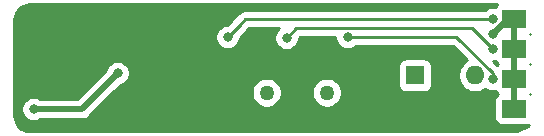
<source format=gbr>
G04 #@! TF.GenerationSoftware,KiCad,Pcbnew,(5.1.5)-3*
G04 #@! TF.CreationDate,2020-03-07T18:51:17-06:00*
G04 #@! TF.ProjectId,LinearRegulator15to5,4c696e65-6172-4526-9567-756c61746f72,rev?*
G04 #@! TF.SameCoordinates,Original*
G04 #@! TF.FileFunction,Copper,L2,Bot*
G04 #@! TF.FilePolarity,Positive*
%FSLAX46Y46*%
G04 Gerber Fmt 4.6, Leading zero omitted, Abs format (unit mm)*
G04 Created by KiCad (PCBNEW (5.1.5)-3) date 2020-03-07 18:51:17*
%MOMM*%
%LPD*%
G04 APERTURE LIST*
%ADD10R,2.000000X1.500000*%
%ADD11C,1.270000*%
%ADD12R,1.600000X1.600000*%
%ADD13O,1.600000X1.600000*%
%ADD14C,0.800000*%
%ADD15C,0.500000*%
%ADD16C,0.250000*%
%ADD17C,0.254000*%
G04 APERTURE END LIST*
D10*
X178816000Y-124460000D03*
X178816000Y-119380000D03*
X178816000Y-116840000D03*
X178816000Y-121920000D03*
D11*
X163001800Y-123063000D03*
X157901800Y-123063000D03*
D12*
X170459400Y-121615200D03*
D13*
X175539400Y-121615200D03*
D14*
X138176000Y-124460000D03*
X145288000Y-121412000D03*
X177038000Y-118110000D03*
X154589000Y-118364000D03*
X177038000Y-116840000D03*
X159590500Y-118442500D03*
X177038000Y-119380000D03*
X164749000Y-118364000D03*
X177038000Y-121920000D03*
D15*
X138176000Y-124460000D02*
X142240000Y-124460000D01*
X142240000Y-124460000D02*
X145288000Y-121412000D01*
X178816000Y-121920000D02*
X178816000Y-116840000D01*
X178816000Y-124460000D02*
X178816000Y-121920000D01*
X178816000Y-116840000D02*
X178308000Y-116840000D01*
X178308000Y-116840000D02*
X177038000Y-118110000D01*
D16*
X155605000Y-117318000D02*
X156083000Y-116840000D01*
X154589000Y-118364000D02*
X155605000Y-117348000D01*
X155605000Y-117348000D02*
X155605000Y-117318000D01*
X156083000Y-116840000D02*
X176784000Y-116840000D01*
X176784000Y-116840000D02*
X177038000Y-116840000D01*
X159590500Y-118442500D02*
X160394001Y-117638999D01*
X177038000Y-119380000D02*
X175260000Y-117602000D01*
X160431000Y-117602000D02*
X160394001Y-117638999D01*
X175260000Y-117602000D02*
X160431000Y-117602000D01*
X177038000Y-121448798D02*
X177038000Y-121920000D01*
X164749000Y-118364000D02*
X173953202Y-118364000D01*
X173953202Y-118364000D02*
X177038000Y-121448798D01*
D17*
G36*
X177364815Y-115638815D02*
G01*
X177285463Y-115735506D01*
X177237902Y-115824486D01*
X177139939Y-115805000D01*
X176936061Y-115805000D01*
X176736102Y-115844774D01*
X176547744Y-115922795D01*
X176378226Y-116036063D01*
X176334289Y-116080000D01*
X156120322Y-116080000D01*
X156082999Y-116076324D01*
X156045676Y-116080000D01*
X156045667Y-116080000D01*
X155934014Y-116090997D01*
X155811515Y-116128156D01*
X155790753Y-116134454D01*
X155658723Y-116205026D01*
X155645816Y-116215619D01*
X155542999Y-116299999D01*
X155519196Y-116329003D01*
X155094002Y-116754197D01*
X155064999Y-116777999D01*
X154970026Y-116893724D01*
X154953435Y-116924763D01*
X154549199Y-117329000D01*
X154487061Y-117329000D01*
X154287102Y-117368774D01*
X154098744Y-117446795D01*
X153929226Y-117560063D01*
X153785063Y-117704226D01*
X153671795Y-117873744D01*
X153593774Y-118062102D01*
X153554000Y-118262061D01*
X153554000Y-118465939D01*
X153593774Y-118665898D01*
X153671795Y-118854256D01*
X153785063Y-119023774D01*
X153929226Y-119167937D01*
X154098744Y-119281205D01*
X154287102Y-119359226D01*
X154487061Y-119399000D01*
X154690939Y-119399000D01*
X154890898Y-119359226D01*
X155079256Y-119281205D01*
X155248774Y-119167937D01*
X155392937Y-119023774D01*
X155506205Y-118854256D01*
X155584226Y-118665898D01*
X155624000Y-118465939D01*
X155624000Y-118403801D01*
X156116004Y-117911798D01*
X156145001Y-117888001D01*
X156173727Y-117852998D01*
X156239974Y-117772277D01*
X156256567Y-117741234D01*
X156397801Y-117600000D01*
X158988440Y-117600000D01*
X158930726Y-117638563D01*
X158786563Y-117782726D01*
X158673295Y-117952244D01*
X158595274Y-118140602D01*
X158555500Y-118340561D01*
X158555500Y-118544439D01*
X158595274Y-118744398D01*
X158673295Y-118932756D01*
X158786563Y-119102274D01*
X158930726Y-119246437D01*
X159100244Y-119359705D01*
X159288602Y-119437726D01*
X159488561Y-119477500D01*
X159692439Y-119477500D01*
X159892398Y-119437726D01*
X160080756Y-119359705D01*
X160250274Y-119246437D01*
X160394437Y-119102274D01*
X160507705Y-118932756D01*
X160585726Y-118744398D01*
X160625500Y-118544439D01*
X160625500Y-118482302D01*
X160745802Y-118362000D01*
X163714000Y-118362000D01*
X163714000Y-118465939D01*
X163753774Y-118665898D01*
X163831795Y-118854256D01*
X163945063Y-119023774D01*
X164089226Y-119167937D01*
X164258744Y-119281205D01*
X164447102Y-119359226D01*
X164647061Y-119399000D01*
X164850939Y-119399000D01*
X165050898Y-119359226D01*
X165239256Y-119281205D01*
X165408774Y-119167937D01*
X165452711Y-119124000D01*
X173638401Y-119124000D01*
X174858622Y-120344222D01*
X174624641Y-120500563D01*
X174424763Y-120700441D01*
X174267720Y-120935473D01*
X174159547Y-121196626D01*
X174104400Y-121473865D01*
X174104400Y-121756535D01*
X174159547Y-122033774D01*
X174267720Y-122294927D01*
X174424763Y-122529959D01*
X174624641Y-122729837D01*
X174859673Y-122886880D01*
X175120826Y-122995053D01*
X175398065Y-123050200D01*
X175680735Y-123050200D01*
X175957974Y-122995053D01*
X176219127Y-122886880D01*
X176420608Y-122752255D01*
X176547744Y-122837205D01*
X176736102Y-122915226D01*
X176936061Y-122955000D01*
X177139939Y-122955000D01*
X177237902Y-122935514D01*
X177285463Y-123024494D01*
X177364815Y-123121185D01*
X177448667Y-123190000D01*
X177364815Y-123258815D01*
X177285463Y-123355506D01*
X177226498Y-123465820D01*
X177190188Y-123585518D01*
X177177928Y-123710000D01*
X177177928Y-125210000D01*
X177190188Y-125334482D01*
X177226498Y-125454180D01*
X177285463Y-125564494D01*
X177364815Y-125661185D01*
X177461506Y-125740537D01*
X177571820Y-125799502D01*
X177691518Y-125835812D01*
X177816000Y-125848072D01*
X179816000Y-125848072D01*
X179940482Y-125835812D01*
X180060180Y-125799502D01*
X180109052Y-125773379D01*
X180104350Y-125782222D01*
X180034646Y-125867687D01*
X179101132Y-126334445D01*
X179048276Y-126340000D01*
X137827277Y-126340000D01*
X137553795Y-126313185D01*
X137321774Y-126243133D01*
X137107778Y-126129350D01*
X136919961Y-125976169D01*
X136765471Y-125789424D01*
X136650198Y-125576231D01*
X136578528Y-125344701D01*
X136550000Y-125073276D01*
X136550000Y-124358061D01*
X137141000Y-124358061D01*
X137141000Y-124561939D01*
X137180774Y-124761898D01*
X137258795Y-124950256D01*
X137372063Y-125119774D01*
X137516226Y-125263937D01*
X137685744Y-125377205D01*
X137874102Y-125455226D01*
X138074061Y-125495000D01*
X138277939Y-125495000D01*
X138477898Y-125455226D01*
X138666256Y-125377205D01*
X138714454Y-125345000D01*
X142196531Y-125345000D01*
X142240000Y-125349281D01*
X142283469Y-125345000D01*
X142283477Y-125345000D01*
X142413490Y-125332195D01*
X142580313Y-125281589D01*
X142734059Y-125199411D01*
X142868817Y-125088817D01*
X142896534Y-125055044D01*
X145013662Y-122937916D01*
X156631800Y-122937916D01*
X156631800Y-123188084D01*
X156680605Y-123433445D01*
X156776341Y-123664571D01*
X156915327Y-123872578D01*
X157092222Y-124049473D01*
X157300229Y-124188459D01*
X157531355Y-124284195D01*
X157776716Y-124333000D01*
X158026884Y-124333000D01*
X158272245Y-124284195D01*
X158503371Y-124188459D01*
X158711378Y-124049473D01*
X158888273Y-123872578D01*
X159027259Y-123664571D01*
X159122995Y-123433445D01*
X159171800Y-123188084D01*
X159171800Y-122937916D01*
X161731800Y-122937916D01*
X161731800Y-123188084D01*
X161780605Y-123433445D01*
X161876341Y-123664571D01*
X162015327Y-123872578D01*
X162192222Y-124049473D01*
X162400229Y-124188459D01*
X162631355Y-124284195D01*
X162876716Y-124333000D01*
X163126884Y-124333000D01*
X163372245Y-124284195D01*
X163603371Y-124188459D01*
X163811378Y-124049473D01*
X163988273Y-123872578D01*
X164127259Y-123664571D01*
X164222995Y-123433445D01*
X164271800Y-123188084D01*
X164271800Y-122937916D01*
X164222995Y-122692555D01*
X164127259Y-122461429D01*
X163988273Y-122253422D01*
X163811378Y-122076527D01*
X163603371Y-121937541D01*
X163372245Y-121841805D01*
X163126884Y-121793000D01*
X162876716Y-121793000D01*
X162631355Y-121841805D01*
X162400229Y-121937541D01*
X162192222Y-122076527D01*
X162015327Y-122253422D01*
X161876341Y-122461429D01*
X161780605Y-122692555D01*
X161731800Y-122937916D01*
X159171800Y-122937916D01*
X159122995Y-122692555D01*
X159027259Y-122461429D01*
X158888273Y-122253422D01*
X158711378Y-122076527D01*
X158503371Y-121937541D01*
X158272245Y-121841805D01*
X158026884Y-121793000D01*
X157776716Y-121793000D01*
X157531355Y-121841805D01*
X157300229Y-121937541D01*
X157092222Y-122076527D01*
X156915327Y-122253422D01*
X156776341Y-122461429D01*
X156680605Y-122692555D01*
X156631800Y-122937916D01*
X145013662Y-122937916D01*
X145533044Y-122418535D01*
X145589898Y-122407226D01*
X145778256Y-122329205D01*
X145947774Y-122215937D01*
X146091937Y-122071774D01*
X146205205Y-121902256D01*
X146283226Y-121713898D01*
X146323000Y-121513939D01*
X146323000Y-121310061D01*
X146283226Y-121110102D01*
X146205205Y-120921744D01*
X146134015Y-120815200D01*
X169021328Y-120815200D01*
X169021328Y-122415200D01*
X169033588Y-122539682D01*
X169069898Y-122659380D01*
X169128863Y-122769694D01*
X169208215Y-122866385D01*
X169304906Y-122945737D01*
X169415220Y-123004702D01*
X169534918Y-123041012D01*
X169659400Y-123053272D01*
X171259400Y-123053272D01*
X171383882Y-123041012D01*
X171503580Y-123004702D01*
X171613894Y-122945737D01*
X171710585Y-122866385D01*
X171789937Y-122769694D01*
X171848902Y-122659380D01*
X171885212Y-122539682D01*
X171897472Y-122415200D01*
X171897472Y-120815200D01*
X171885212Y-120690718D01*
X171848902Y-120571020D01*
X171789937Y-120460706D01*
X171710585Y-120364015D01*
X171613894Y-120284663D01*
X171503580Y-120225698D01*
X171383882Y-120189388D01*
X171259400Y-120177128D01*
X169659400Y-120177128D01*
X169534918Y-120189388D01*
X169415220Y-120225698D01*
X169304906Y-120284663D01*
X169208215Y-120364015D01*
X169128863Y-120460706D01*
X169069898Y-120571020D01*
X169033588Y-120690718D01*
X169021328Y-120815200D01*
X146134015Y-120815200D01*
X146091937Y-120752226D01*
X145947774Y-120608063D01*
X145778256Y-120494795D01*
X145589898Y-120416774D01*
X145389939Y-120377000D01*
X145186061Y-120377000D01*
X144986102Y-120416774D01*
X144797744Y-120494795D01*
X144628226Y-120608063D01*
X144484063Y-120752226D01*
X144370795Y-120921744D01*
X144292774Y-121110102D01*
X144281465Y-121166956D01*
X141873422Y-123575000D01*
X138714454Y-123575000D01*
X138666256Y-123542795D01*
X138477898Y-123464774D01*
X138277939Y-123425000D01*
X138074061Y-123425000D01*
X137874102Y-123464774D01*
X137685744Y-123542795D01*
X137516226Y-123656063D01*
X137372063Y-123800226D01*
X137258795Y-123969744D01*
X137180774Y-124158102D01*
X137141000Y-124358061D01*
X136550000Y-124358061D01*
X136550000Y-116872277D01*
X136576815Y-116598796D01*
X136646867Y-116366774D01*
X136760650Y-116152778D01*
X136913832Y-115964959D01*
X137100577Y-115810470D01*
X137313769Y-115695199D01*
X137545300Y-115623528D01*
X137816725Y-115595000D01*
X177418204Y-115595000D01*
X177364815Y-115638815D01*
G37*
X177364815Y-115638815D02*
X177285463Y-115735506D01*
X177237902Y-115824486D01*
X177139939Y-115805000D01*
X176936061Y-115805000D01*
X176736102Y-115844774D01*
X176547744Y-115922795D01*
X176378226Y-116036063D01*
X176334289Y-116080000D01*
X156120322Y-116080000D01*
X156082999Y-116076324D01*
X156045676Y-116080000D01*
X156045667Y-116080000D01*
X155934014Y-116090997D01*
X155811515Y-116128156D01*
X155790753Y-116134454D01*
X155658723Y-116205026D01*
X155645816Y-116215619D01*
X155542999Y-116299999D01*
X155519196Y-116329003D01*
X155094002Y-116754197D01*
X155064999Y-116777999D01*
X154970026Y-116893724D01*
X154953435Y-116924763D01*
X154549199Y-117329000D01*
X154487061Y-117329000D01*
X154287102Y-117368774D01*
X154098744Y-117446795D01*
X153929226Y-117560063D01*
X153785063Y-117704226D01*
X153671795Y-117873744D01*
X153593774Y-118062102D01*
X153554000Y-118262061D01*
X153554000Y-118465939D01*
X153593774Y-118665898D01*
X153671795Y-118854256D01*
X153785063Y-119023774D01*
X153929226Y-119167937D01*
X154098744Y-119281205D01*
X154287102Y-119359226D01*
X154487061Y-119399000D01*
X154690939Y-119399000D01*
X154890898Y-119359226D01*
X155079256Y-119281205D01*
X155248774Y-119167937D01*
X155392937Y-119023774D01*
X155506205Y-118854256D01*
X155584226Y-118665898D01*
X155624000Y-118465939D01*
X155624000Y-118403801D01*
X156116004Y-117911798D01*
X156145001Y-117888001D01*
X156173727Y-117852998D01*
X156239974Y-117772277D01*
X156256567Y-117741234D01*
X156397801Y-117600000D01*
X158988440Y-117600000D01*
X158930726Y-117638563D01*
X158786563Y-117782726D01*
X158673295Y-117952244D01*
X158595274Y-118140602D01*
X158555500Y-118340561D01*
X158555500Y-118544439D01*
X158595274Y-118744398D01*
X158673295Y-118932756D01*
X158786563Y-119102274D01*
X158930726Y-119246437D01*
X159100244Y-119359705D01*
X159288602Y-119437726D01*
X159488561Y-119477500D01*
X159692439Y-119477500D01*
X159892398Y-119437726D01*
X160080756Y-119359705D01*
X160250274Y-119246437D01*
X160394437Y-119102274D01*
X160507705Y-118932756D01*
X160585726Y-118744398D01*
X160625500Y-118544439D01*
X160625500Y-118482302D01*
X160745802Y-118362000D01*
X163714000Y-118362000D01*
X163714000Y-118465939D01*
X163753774Y-118665898D01*
X163831795Y-118854256D01*
X163945063Y-119023774D01*
X164089226Y-119167937D01*
X164258744Y-119281205D01*
X164447102Y-119359226D01*
X164647061Y-119399000D01*
X164850939Y-119399000D01*
X165050898Y-119359226D01*
X165239256Y-119281205D01*
X165408774Y-119167937D01*
X165452711Y-119124000D01*
X173638401Y-119124000D01*
X174858622Y-120344222D01*
X174624641Y-120500563D01*
X174424763Y-120700441D01*
X174267720Y-120935473D01*
X174159547Y-121196626D01*
X174104400Y-121473865D01*
X174104400Y-121756535D01*
X174159547Y-122033774D01*
X174267720Y-122294927D01*
X174424763Y-122529959D01*
X174624641Y-122729837D01*
X174859673Y-122886880D01*
X175120826Y-122995053D01*
X175398065Y-123050200D01*
X175680735Y-123050200D01*
X175957974Y-122995053D01*
X176219127Y-122886880D01*
X176420608Y-122752255D01*
X176547744Y-122837205D01*
X176736102Y-122915226D01*
X176936061Y-122955000D01*
X177139939Y-122955000D01*
X177237902Y-122935514D01*
X177285463Y-123024494D01*
X177364815Y-123121185D01*
X177448667Y-123190000D01*
X177364815Y-123258815D01*
X177285463Y-123355506D01*
X177226498Y-123465820D01*
X177190188Y-123585518D01*
X177177928Y-123710000D01*
X177177928Y-125210000D01*
X177190188Y-125334482D01*
X177226498Y-125454180D01*
X177285463Y-125564494D01*
X177364815Y-125661185D01*
X177461506Y-125740537D01*
X177571820Y-125799502D01*
X177691518Y-125835812D01*
X177816000Y-125848072D01*
X179816000Y-125848072D01*
X179940482Y-125835812D01*
X180060180Y-125799502D01*
X180109052Y-125773379D01*
X180104350Y-125782222D01*
X180034646Y-125867687D01*
X179101132Y-126334445D01*
X179048276Y-126340000D01*
X137827277Y-126340000D01*
X137553795Y-126313185D01*
X137321774Y-126243133D01*
X137107778Y-126129350D01*
X136919961Y-125976169D01*
X136765471Y-125789424D01*
X136650198Y-125576231D01*
X136578528Y-125344701D01*
X136550000Y-125073276D01*
X136550000Y-124358061D01*
X137141000Y-124358061D01*
X137141000Y-124561939D01*
X137180774Y-124761898D01*
X137258795Y-124950256D01*
X137372063Y-125119774D01*
X137516226Y-125263937D01*
X137685744Y-125377205D01*
X137874102Y-125455226D01*
X138074061Y-125495000D01*
X138277939Y-125495000D01*
X138477898Y-125455226D01*
X138666256Y-125377205D01*
X138714454Y-125345000D01*
X142196531Y-125345000D01*
X142240000Y-125349281D01*
X142283469Y-125345000D01*
X142283477Y-125345000D01*
X142413490Y-125332195D01*
X142580313Y-125281589D01*
X142734059Y-125199411D01*
X142868817Y-125088817D01*
X142896534Y-125055044D01*
X145013662Y-122937916D01*
X156631800Y-122937916D01*
X156631800Y-123188084D01*
X156680605Y-123433445D01*
X156776341Y-123664571D01*
X156915327Y-123872578D01*
X157092222Y-124049473D01*
X157300229Y-124188459D01*
X157531355Y-124284195D01*
X157776716Y-124333000D01*
X158026884Y-124333000D01*
X158272245Y-124284195D01*
X158503371Y-124188459D01*
X158711378Y-124049473D01*
X158888273Y-123872578D01*
X159027259Y-123664571D01*
X159122995Y-123433445D01*
X159171800Y-123188084D01*
X159171800Y-122937916D01*
X161731800Y-122937916D01*
X161731800Y-123188084D01*
X161780605Y-123433445D01*
X161876341Y-123664571D01*
X162015327Y-123872578D01*
X162192222Y-124049473D01*
X162400229Y-124188459D01*
X162631355Y-124284195D01*
X162876716Y-124333000D01*
X163126884Y-124333000D01*
X163372245Y-124284195D01*
X163603371Y-124188459D01*
X163811378Y-124049473D01*
X163988273Y-123872578D01*
X164127259Y-123664571D01*
X164222995Y-123433445D01*
X164271800Y-123188084D01*
X164271800Y-122937916D01*
X164222995Y-122692555D01*
X164127259Y-122461429D01*
X163988273Y-122253422D01*
X163811378Y-122076527D01*
X163603371Y-121937541D01*
X163372245Y-121841805D01*
X163126884Y-121793000D01*
X162876716Y-121793000D01*
X162631355Y-121841805D01*
X162400229Y-121937541D01*
X162192222Y-122076527D01*
X162015327Y-122253422D01*
X161876341Y-122461429D01*
X161780605Y-122692555D01*
X161731800Y-122937916D01*
X159171800Y-122937916D01*
X159122995Y-122692555D01*
X159027259Y-122461429D01*
X158888273Y-122253422D01*
X158711378Y-122076527D01*
X158503371Y-121937541D01*
X158272245Y-121841805D01*
X158026884Y-121793000D01*
X157776716Y-121793000D01*
X157531355Y-121841805D01*
X157300229Y-121937541D01*
X157092222Y-122076527D01*
X156915327Y-122253422D01*
X156776341Y-122461429D01*
X156680605Y-122692555D01*
X156631800Y-122937916D01*
X145013662Y-122937916D01*
X145533044Y-122418535D01*
X145589898Y-122407226D01*
X145778256Y-122329205D01*
X145947774Y-122215937D01*
X146091937Y-122071774D01*
X146205205Y-121902256D01*
X146283226Y-121713898D01*
X146323000Y-121513939D01*
X146323000Y-121310061D01*
X146283226Y-121110102D01*
X146205205Y-120921744D01*
X146134015Y-120815200D01*
X169021328Y-120815200D01*
X169021328Y-122415200D01*
X169033588Y-122539682D01*
X169069898Y-122659380D01*
X169128863Y-122769694D01*
X169208215Y-122866385D01*
X169304906Y-122945737D01*
X169415220Y-123004702D01*
X169534918Y-123041012D01*
X169659400Y-123053272D01*
X171259400Y-123053272D01*
X171383882Y-123041012D01*
X171503580Y-123004702D01*
X171613894Y-122945737D01*
X171710585Y-122866385D01*
X171789937Y-122769694D01*
X171848902Y-122659380D01*
X171885212Y-122539682D01*
X171897472Y-122415200D01*
X171897472Y-120815200D01*
X171885212Y-120690718D01*
X171848902Y-120571020D01*
X171789937Y-120460706D01*
X171710585Y-120364015D01*
X171613894Y-120284663D01*
X171503580Y-120225698D01*
X171383882Y-120189388D01*
X171259400Y-120177128D01*
X169659400Y-120177128D01*
X169534918Y-120189388D01*
X169415220Y-120225698D01*
X169304906Y-120284663D01*
X169208215Y-120364015D01*
X169128863Y-120460706D01*
X169069898Y-120571020D01*
X169033588Y-120690718D01*
X169021328Y-120815200D01*
X146134015Y-120815200D01*
X146091937Y-120752226D01*
X145947774Y-120608063D01*
X145778256Y-120494795D01*
X145589898Y-120416774D01*
X145389939Y-120377000D01*
X145186061Y-120377000D01*
X144986102Y-120416774D01*
X144797744Y-120494795D01*
X144628226Y-120608063D01*
X144484063Y-120752226D01*
X144370795Y-120921744D01*
X144292774Y-121110102D01*
X144281465Y-121166956D01*
X141873422Y-123575000D01*
X138714454Y-123575000D01*
X138666256Y-123542795D01*
X138477898Y-123464774D01*
X138277939Y-123425000D01*
X138074061Y-123425000D01*
X137874102Y-123464774D01*
X137685744Y-123542795D01*
X137516226Y-123656063D01*
X137372063Y-123800226D01*
X137258795Y-123969744D01*
X137180774Y-124158102D01*
X137141000Y-124358061D01*
X136550000Y-124358061D01*
X136550000Y-116872277D01*
X136576815Y-116598796D01*
X136646867Y-116366774D01*
X136760650Y-116152778D01*
X136913832Y-115964959D01*
X137100577Y-115810470D01*
X137313769Y-115695199D01*
X137545300Y-115623528D01*
X137816725Y-115595000D01*
X177418204Y-115595000D01*
X177364815Y-115638815D01*
G36*
X180213000Y-123214347D02*
G01*
X180183333Y-123190000D01*
X180213000Y-123165653D01*
X180213000Y-123214347D01*
G37*
X180213000Y-123214347D02*
X180183333Y-123190000D01*
X180213000Y-123165653D01*
X180213000Y-123214347D01*
G36*
X177285463Y-120484494D02*
G01*
X177364815Y-120581185D01*
X177448667Y-120650000D01*
X177374704Y-120710700D01*
X177079004Y-120415000D01*
X177139939Y-120415000D01*
X177237902Y-120395514D01*
X177285463Y-120484494D01*
G37*
X177285463Y-120484494D02*
X177364815Y-120581185D01*
X177448667Y-120650000D01*
X177374704Y-120710700D01*
X177079004Y-120415000D01*
X177139939Y-120415000D01*
X177237902Y-120395514D01*
X177285463Y-120484494D01*
G36*
X180213000Y-120674347D02*
G01*
X180183333Y-120650000D01*
X180213000Y-120625653D01*
X180213000Y-120674347D01*
G37*
X180213000Y-120674347D02*
X180183333Y-120650000D01*
X180213000Y-120625653D01*
X180213000Y-120674347D01*
G36*
X180213000Y-118134347D02*
G01*
X180183333Y-118110000D01*
X180213000Y-118085653D01*
X180213000Y-118134347D01*
G37*
X180213000Y-118134347D02*
X180183333Y-118110000D01*
X180213000Y-118085653D01*
X180213000Y-118134347D01*
M02*

</source>
